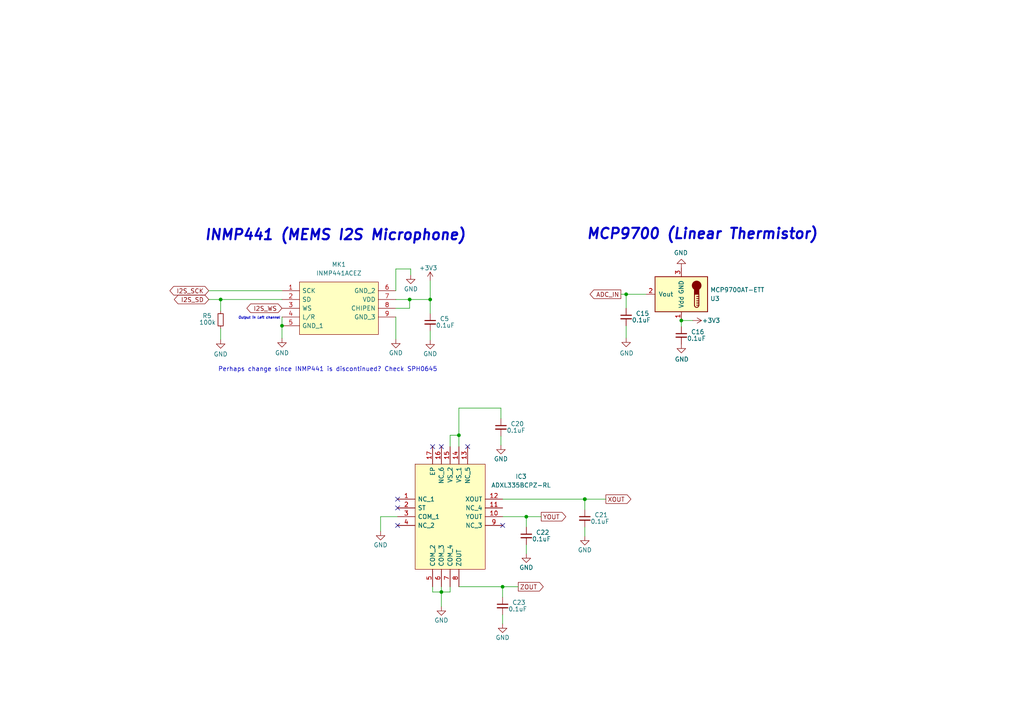
<source format=kicad_sch>
(kicad_sch (version 20211123) (generator eeschema)
  (paper "A4")
  (lib_symbols
    (symbol "ADXL335BCPZ-RL:ADXL335BCPZ-RL" (pin_names (offset 0.762))
      (property "Reference" "IC?" (at 35.814 6.5788 0))
      (property "Value" "ADXL335BCPZ-RL" (at 35.814 4.0388 0))
      (symbol "ADXL335BCPZ-RL_0_0"
        (pin passive line (at 0 0 0) (length 5.08) (name "NC_1") (number "1"))
        (pin passive line (at 30.48 -5.08 180) (length 5.08) (name "YOUT") (number "10"))
        (pin passive line (at 30.48 -2.54 180) (length 5.08) (name "NC_4") (number "11"))
        (pin passive line (at 30.48 0 180) (length 5.08) (name "XOUT") (number "12"))
        (pin passive line (at 20.32 15.24 270) (length 5.08) (name "NC_5") (number "13"))
        (pin passive line (at 17.78 15.24 270) (length 5.08) (name "VS_1") (number "14"))
        (pin passive line (at 15.24 15.24 270) (length 5.08) (name "VS_2") (number "15"))
        (pin passive line (at 12.7 15.24 270) (length 5.08) (name "NC_6") (number "16"))
        (pin passive line (at 10.16 15.24 270) (length 5.08) (name "EP") (number "17"))
        (pin passive line (at 0 -2.54 0) (length 5.08) (name "ST") (number "2"))
        (pin passive line (at 0 -5.08 0) (length 5.08) (name "COM_1") (number "3"))
        (pin passive line (at 0 -7.62 0) (length 5.08) (name "NC_2") (number "4"))
        (pin passive line (at 10.16 -25.4 90) (length 5.08) (name "COM_2") (number "5"))
        (pin passive line (at 12.7 -25.4 90) (length 5.08) (name "COM_3") (number "6"))
        (pin passive line (at 15.24 -25.4 90) (length 5.08) (name "COM_4") (number "7"))
        (pin passive line (at 17.78 -25.4 90) (length 5.08) (name "ZOUT") (number "8"))
        (pin passive line (at 30.48 -7.62 180) (length 5.08) (name "NC_3") (number "9"))
      )
      (symbol "ADXL335BCPZ-RL_0_1"
        (polyline (pts (xy 5.08 10.16) (xy 25.4 10.16) (xy 25.4 -20.32) (xy 5.08 -20.32) (xy 5.08 10.16)) (stroke (width 0.1524)) (fill (type background)))
      )
    )
    (symbol "Device:C_Small" (pin_numbers hide) (pin_names (offset 0.254) hide)
      (property "Reference" "C" (at 0.254 1.778 0))
      (property "Value" "C_Small" (at 0.254 -2.032 0))
      (symbol "C_Small_0_1"
        (polyline (pts (xy -1.524 -0.508) (xy 1.524 -0.508)) (stroke (width 0.3302)))
        (polyline (pts (xy -1.524 0.508) (xy 1.524 0.508)) (stroke (width 0.3048)))
      )
      (symbol "C_Small_1_1"
        (pin passive line (at 0 2.54 270) (length 2.032) (name "~") (number "1"))
        (pin passive line (at 0 -2.54 90) (length 2.032) (name "~") (number "2"))
      )
    )
    (symbol "Device:R_Small" (pin_numbers hide) (pin_names (offset 0.254) hide)
      (property "Reference" "R" (at 0.762 0.508 0))
      (property "Value" "R_Small" (at 0.762 -1.016 0))
      (symbol "R_Small_0_1"
        (rectangle (start -0.762 1.778) (end 0.762 -1.778) (stroke (width 0.2032)))
      )
      (symbol "R_Small_1_1"
        (pin passive line (at 0 2.54 270) (length 0.762) (name "~") (number "1"))
        (pin passive line (at 0 -2.54 90) (length 0.762) (name "~") (number "2"))
      )
    )
    (symbol "INMP441ACEZ:INMP441ACEZ" (pin_names (offset 0.762))
      (property "Reference" "MK1" (at 16.51 7.62 0))
      (property "Value" "INMP441ACEZ" (at 16.51 5.08 0))
      (symbol "INMP441ACEZ_0_0"
        (pin passive line (at 0 0 0) (length 5.08) (name "SCK") (number "1"))
        (pin passive line (at 0 -2.54 0) (length 5.08) (name "SD") (number "2"))
        (pin passive line (at 0 -5.08 0) (length 5.08) (name "WS") (number "3"))
        (pin passive line (at 0 -7.62 0) (length 5.08) (name "L/R") (number "4"))
        (pin passive line (at 0 -10.16 0) (length 5.08) (name "GND_1") (number "5"))
        (pin passive line (at 33.02 0 180) (length 5.08) (name "GND_2") (number "6"))
        (pin passive line (at 33.02 -2.54 180) (length 5.08) (name "VDD") (number "7"))
        (pin passive line (at 33.02 -5.08 180) (length 5.08) (name "CHIPEN") (number "8"))
        (pin passive line (at 33.02 -7.62 180) (length 5.08) (name "GND_3") (number "9"))
      )
      (symbol "INMP441ACEZ_0_1"
        (polyline (pts (xy 5.08 2.54) (xy 27.94 2.54) (xy 27.94 -12.7) (xy 5.08 -12.7) (xy 5.08 2.54)) (stroke (width 0.1524)) (fill (type background)))
      )
    )
    (symbol "Sensor_Temperature:MCP9700AT-ETT" (pin_names (offset 1.016))
      (property "Reference" "U" (at -6.35 6.35 0))
      (property "Value" "MCP9700AT-ETT" (at 1.27 6.35 0))
      (symbol "MCP9700AT-ETT_0_1"
        (rectangle (start -7.62 5.08) (end 7.62 -5.08) (stroke (width 0.254)) (fill (type background)))
        (circle (center -4.445 -2.54) (radius 1.27) (stroke (width 0.254)) (fill (type outline)))
        (rectangle (start -3.81 -1.905) (end -5.08 0) (stroke (width 0.254)) (fill (type outline)))
        (arc (start -3.81 3.175) (mid -4.445 3.81) (end -5.08 3.175) (stroke (width 0.254)))
        (polyline (pts (xy -5.08 0.635) (xy -4.445 0.635)) (stroke (width 0.254)))
        (polyline (pts (xy -5.08 1.27) (xy -4.445 1.27)) (stroke (width 0.254)))
        (polyline (pts (xy -5.08 1.905) (xy -4.445 1.905)) (stroke (width 0.254)))
        (polyline (pts (xy -5.08 2.54) (xy -4.445 2.54)) (stroke (width 0.254)))
        (polyline (pts (xy -5.08 3.175) (xy -5.08 0)) (stroke (width 0.254)))
        (polyline (pts (xy -5.08 3.175) (xy -4.445 3.175)) (stroke (width 0.254)))
        (polyline (pts (xy -3.81 3.175) (xy -3.81 0)) (stroke (width 0.254)))
      )
      (symbol "MCP9700AT-ETT_1_1"
        (pin power_in line (at 0 7.62 270) (length 2.54) (name "Vdd") (number "1"))
        (pin output line (at 10.16 0 180) (length 2.54) (name "Vout") (number "2"))
        (pin power_in line (at 0 -7.62 90) (length 2.54) (name "GND") (number "3"))
      )
    )
    (symbol "power:+3V3" (power) (pin_names (offset 0))
      (property "Value" "+3V3" (at 0 3.556 0))
      (symbol "+3V3_0_1"
        (polyline (pts (xy -0.762 1.27) (xy 0 2.54)))
        (polyline (pts (xy 0 0) (xy 0 2.54)))
        (polyline (pts (xy 0 2.54) (xy 0.762 1.27)))
      )
      (symbol "+3V3_1_1"
        (pin power_in line (at 0 0 90) (length 0) hide (name "+3V3") (number "1"))
      )
    )
    (symbol "power:GND" (power) (pin_names (offset 0))
      (property "Value" "GND" (at 0 -3.81 0))
      (symbol "GND_0_1"
        (polyline (pts (xy 0 0) (xy 0 -1.27) (xy 1.27 -1.27) (xy 0 -2.54) (xy -1.27 -1.27) (xy 0 -1.27)))
      )
      (symbol "GND_1_1"
        (pin power_in line (at 0 0 270) (length 0) hide (name "GND") (number "1"))
      )
    )
  )
  (junction (at 81.788 94.488))
  (junction (at 133.096 126.238))
  (junction (at 197.612 92.964))
  (junction (at 128.016 171.702))
  (junction (at 181.61 85.344))
  (junction (at 63.9913 86.868))
  (junction (at 118.8082 86.868))
  (junction (at 152.654 149.86))
  (junction (at 169.6199 144.78))
  (junction (at 124.7766 86.868))
  (junction (at 145.7669 170.18))
  (junction (at 169.6199 144.7746))
  (no_connect (at 135.636 129.54))
  (no_connect (at 145.796 152.4))
  (no_connect (at 115.316 144.78))
  (no_connect (at 128.016 129.54))
  (no_connect (at 115.316 152.4))
  (no_connect (at 125.476 129.54))
  (no_connect (at 115.316 147.32))
  (wire (pts (xy 197.612 92.964) (xy 200.914 92.964)))
  (wire (pts (xy 169.6199 144.78) (xy 169.6199 147.8226)))
  (wire (pts (xy 60.5509 86.868) (xy 63.9913 86.868)))
  (wire (pts (xy 133.096 118.364) (xy 133.096 126.238)))
  (wire (pts (xy 145.796 144.78) (xy 169.6199 144.78)))
  (wire (pts (xy 145.7669 170.18) (xy 150.3089 170.18)))
  (wire (pts (xy 145.288 126.492) (xy 145.288 129.1287)))
  (wire (pts (xy 124.7766 86.868) (xy 124.7766 90.932)))
  (wire (pts (xy 130.556 129.54) (xy 130.556 126.238)))
  (wire (pts (xy 145.288 118.364) (xy 145.288 121.412)))
  (wire (pts (xy 175.7212 144.7746) (xy 169.6199 144.7746)))
  (wire (pts (xy 119.126 79.756) (xy 119.126 78.0108)))
  (wire (pts (xy 114.808 89.408) (xy 118.8082 89.408)))
  (wire (pts (xy 124.7766 96.012) (xy 124.7766 98.6487)))
  (wire (pts (xy 119.126 78.0108) (xy 114.808 78.0108)))
  (wire (pts (xy 118.8082 86.868) (xy 124.7766 86.868)))
  (wire (pts (xy 110.3843 149.86) (xy 110.3843 154.0883)))
  (wire (pts (xy 125.476 171.702) (xy 128.016 171.702)))
  (wire (pts (xy 152.654 157.988) (xy 152.654 160.6247)))
  (wire (pts (xy 152.654 149.86) (xy 156.9727 149.86)))
  (wire (pts (xy 197.612 92.964) (xy 197.612 94.742)))
  (wire (pts (xy 81.788 94.488) (xy 81.788 98.1297)))
  (wire (pts (xy 145.796 149.86) (xy 152.654 149.86)))
  (wire (pts (xy 128.016 171.702) (xy 128.016 175.9303)))
  (wire (pts (xy 133.096 126.238) (xy 133.096 129.54)))
  (wire (pts (xy 133.096 118.364) (xy 145.288 118.364)))
  (wire (pts (xy 110.3843 149.86) (xy 115.316 149.86)))
  (wire (pts (xy 169.6199 152.9026) (xy 169.6199 155.5393)))
  (wire (pts (xy 152.654 149.86) (xy 152.654 152.908)))
  (wire (pts (xy 130.556 126.238) (xy 133.096 126.238)))
  (wire (pts (xy 181.61 85.344) (xy 181.61 89.408)))
  (wire (pts (xy 63.9913 86.868) (xy 81.788 86.868)))
  (wire (pts (xy 63.9913 95.2895) (xy 63.9913 98.486)))
  (wire (pts (xy 133.096 170.18) (xy 145.7669 170.18)))
  (wire (pts (xy 114.808 91.948) (xy 114.808 98.3804)))
  (wire (pts (xy 181.61 85.344) (xy 187.452 85.344)))
  (wire (pts (xy 145.7669 178.308) (xy 145.7669 180.9447)))
  (wire (pts (xy 128.016 170.18) (xy 128.016 171.702)))
  (wire (pts (xy 63.9913 86.868) (xy 63.9913 90.2095)))
  (wire (pts (xy 180.086 85.344) (xy 181.61 85.344)))
  (wire (pts (xy 118.8082 89.408) (xy 118.8082 86.868)))
  (wire (pts (xy 130.556 171.702) (xy 128.016 171.702)))
  (wire (pts (xy 60.5509 84.328) (xy 81.788 84.328)))
  (wire (pts (xy 114.808 78.0108) (xy 114.808 84.328)))
  (wire (pts (xy 130.556 170.18) (xy 130.556 171.702)))
  (wire (pts (xy 124.7766 81.4317) (xy 124.7766 86.868)))
  (wire (pts (xy 145.7669 170.18) (xy 145.7669 173.228)))
  (wire (pts (xy 114.808 86.868) (xy 118.8082 86.868)))
  (wire (pts (xy 181.61 94.488) (xy 181.61 98.044)))
  (wire (pts (xy 169.6199 144.7746) (xy 169.6199 144.78)))
  (wire (pts (xy 81.788 91.948) (xy 81.788 94.488)))
  (wire (pts (xy 125.476 170.18) (xy 125.476 171.702)))
  (text "MCP9700 (Linear Thermistor)" (at 169.926 69.723 0) (effects (font (size 3 3) bold italic) (justify left bottom)))
  (text "INMP441 (MEMS I2S Microphone) " (at 59.1653 70.038 0) (effects (font (size 3 3) bold italic) (justify left bottom)))
  (text "Output in Left channel" (at 69.088 92.71 0) (effects (font (size 0.7 0.7) italic) (justify left bottom)))
  (text "Perhaps change since INMP441 is discontinued? Check SPH0645 " (at 63.246 107.95 0) (effects (font (size 1.27 1.27)) (justify left bottom)))
  (global_label "ZOUT" (shape output) (at 150.3089 170.18 0) (property "Intersheet References" "${INTERSHEET_REFS}" (effects hide)))
  (global_label "I2S_WS" (shape bidirectional) (at 81.788 89.408 180) (property "Intersheet References" "${INTERSHEET_REFS}" (effects hide)))
  (global_label "I2S_SD" (shape bidirectional) (at 60.5509 86.868 180) (property "Intersheet References" "${INTERSHEET_REFS}" (effects hide)))
  (global_label "I2S_SCK" (shape bidirectional) (at 60.5509 84.328 180) (property "Intersheet References" "${INTERSHEET_REFS}" (effects hide)))
  (global_label "YOUT" (shape output) (at 156.9727 149.86 0) (property "Intersheet References" "${INTERSHEET_REFS}" (effects hide)))
  (global_label "ADC_IN" (shape output) (at 180.086 85.344 180) (property "Intersheet References" "${INTERSHEET_REFS}" (effects hide)))
  (global_label "XOUT" (shape output) (at 175.7212 144.7746 0) (property "Intersheet References" "${INTERSHEET_REFS}" (effects hide)))
  (symbol (lib_id "power:GND") (at 145.7669 180.9447 0) (unit 1)
    (property "Reference" "#PWR0102" (effects hide))
    (property "Value" "GND" (at 145.7669 184.9263 0))
  )
  (symbol (lib_id "Device:R_Small") (at 63.9913 92.7495 0) (unit 1)
    (property "Reference" "R5" (at 60.0543 91.6065 0))
    (property "Value" "100k" (at 60.1813 93.5115 0))
    (property "Footprint" "Resistor_SMD:R_0402_1005Metric" (effects hide))
  )
  (symbol (lib_id "power:GND") (at 197.612 77.724 180) (unit 1)
    (property "Reference" "#PWR031" (effects hide))
    (property "Value" "GND" (at 197.485 73.3298 0))
  )
  (symbol (lib_id "power:GND") (at 124.7766 98.6487 0) (unit 1)
    (property "Reference" "#PWR023" (effects hide))
    (property "Value" "GND" (at 124.7766 102.6303 0))
  )
  (symbol (lib_id "INMP441ACEZ:INMP441ACEZ") (at 81.788 84.328 0) (unit 1)
    (property "Reference" "MK1" (at 98.298 76.708 0))
    (property "Value" "INMP441ACEZ" (at 98.298 79.248 0))
    (property "Footprint" "INMP441:INMP441ACEZ" (effects hide))
    (property "Datasheet" "https://componentsearchengine.com/Datasheets/2/INMP441ACEZ.pdf" (effects hide))
    (property "Description" "INVENSENSE - INMP441ACEZ - Audio Control, 1.8V to 3.3V, Serial, LGA, 9 Pins, -40 C" (effects hide))
    (property "Height" "1.05" (effects hide))
    (property "Manufacturer_Name" "TDK" (effects hide))
    (property "Manufacturer_Part_Number" "INMP441ACEZ" (effects hide))
  )
  (symbol (lib_id "power:GND") (at 81.788 98.1297 0) (unit 1)
    (property "Reference" "#PWR020" (effects hide))
    (property "Value" "GND" (at 81.788 102.362 0))
  )
  (symbol (lib_id "Device:C_Small") (at 181.61 91.948 0) (unit 1)
    (property "Reference" "C15" (at 184.404 90.932 0) (effects (justify left)))
    (property "Value" "0.1uF" (at 183.261 92.837 0) (effects (justify left)))
    (property "Footprint" "Capacitor_SMD:C_0402_1005Metric" (effects hide))
  )
  (symbol (lib_id "power:GND") (at 110.3843 154.0883 0) (unit 1)
    (property "Reference" "#PWR0105" (effects hide))
    (property "Value" "GND" (at 110.3843 158.0699 0))
  )
  (symbol (lib_id "power:GND") (at 145.288 129.1287 0) (unit 1)
    (property "Reference" "#PWR0106" (effects hide))
    (property "Value" "GND" (at 145.288 133.1103 0))
  )
  (symbol (lib_id "power:+3V3") (at 200.914 92.964 270) (unit 1)
    (property "Reference" "#PWR037" (effects hide))
    (property "Value" "+3V3" (at 206.248 92.964 90))
  )
  (symbol (lib_id "power:GND") (at 119.126 79.756 0) (unit 1)
    (property "Reference" "#PWR017" (effects hide))
    (property "Value" "GND" (at 119.1755 83.82 0))
  )
  (symbol (lib_id "Device:C_Small") (at 169.6199 150.3626 0) (unit 1)
    (property "Reference" "C21" (at 172.4139 149.3466 0) (effects (justify left)))
    (property "Value" "0.1uF" (at 171.2709 151.2516 0) (effects (justify left)))
    (property "Footprint" "Capacitor_SMD:C_0402_1005Metric" (effects hide))
  )
  (symbol (lib_id "power:GND") (at 63.9913 98.486 0) (unit 1)
    (property "Reference" "#PWR022" (effects hide))
    (property "Value" "GND" (at 63.9913 102.7183 0))
  )
  (symbol (lib_id "power:+3V3") (at 124.7766 81.4317 0) (unit 1)
    (property "Reference" "#PWR018" (effects hide))
    (property "Value" "+3V3" (at 124.206 77.724 0))
  )
  (symbol (lib_id "Device:C_Small") (at 145.7669 175.768 0) (unit 1)
    (property "Reference" "C23" (at 148.5609 174.752 0) (effects (justify left)))
    (property "Value" "0.1uF" (at 147.4179 176.657 0) (effects (justify left)))
    (property "Footprint" "Capacitor_SMD:C_0402_1005Metric" (effects hide))
  )
  (symbol (lib_id "power:GND") (at 152.654 160.6247 0) (unit 1)
    (property "Reference" "#PWR0103" (effects hide))
    (property "Value" "GND" (at 152.654 164.6063 0))
  )
  (symbol (lib_id "power:GND") (at 114.808 98.3804 0) (unit 1)
    (property "Reference" "#PWR021" (effects hide))
    (property "Value" "GND" (at 114.808 102.362 0))
  )
  (symbol (lib_id "power:GND") (at 197.612 99.822 0) (unit 1)
    (property "Reference" "#PWR043" (effects hide))
    (property "Value" "GND" (at 197.739 104.2162 0))
  )
  (symbol (lib_id "ADXL335BCPZ-RL:ADXL335BCPZ-RL") (at 115.316 144.78 0) (unit 1)
    (property "Reference" "IC3" (at 151.13 138.2012 0))
    (property "Value" "ADXL335BCPZ-RL" (at 151.13 140.7412 0))
    (property "Footprint" "Package_CSP:LFCSP-16-1EP_4x4mm_P0.65mm_EP2.1x2.1mm" (effects hide))
    (property "Datasheet" "https://www.arrow.com/en/products/adxl335bcpz-rl/analog-devices" (effects hide))
    (property "Description" "Accelerometer" (effects hide))
    (property "Height" "1.5" (effects hide))
    (property "Manufacturer_Name" "Analog Devices" (effects hide))
    (property "Manufacturer_Part_Number" "ADXL335BCPZ-RL" (effects hide))
    (property "Mouser Part Number" "584-ADXL335BCPZ-R" (effects hide))
    (property "Mouser Price/Stock" "https://www.mouser.co.uk/ProductDetail/Analog-Devices/ADXL335BCPZ-RL?qs=WIvQP4zGanhYlKsMiNkFRQ%3D%3D" (effects hide))
    (property "Arrow Part Number" "ADXL335BCPZ-RL" (effects hide))
    (property "Arrow Price/Stock" "https://www.arrow.com/en/products/adxl335bcpz-rl/analog-devices?region=nac" (effects hide))
  )
  (symbol (lib_id "Device:C_Small") (at 124.7766 93.472 0) (unit 1)
    (property "Reference" "C5" (at 127.5706 92.456 0) (effects (justify left)))
    (property "Value" "0.1uF" (at 126.4276 94.361 0) (effects (justify left)))
    (property "Footprint" "Capacitor_SMD:C_0402_1005Metric" (effects hide))
  )
  (symbol (lib_id "Device:C_Small") (at 152.654 155.448 0) (unit 1)
    (property "Reference" "C22" (at 155.448 154.432 0) (effects (justify left)))
    (property "Value" "0.1uF" (at 154.305 156.337 0) (effects (justify left)))
    (property "Footprint" "Capacitor_SMD:C_0402_1005Metric" (effects hide))
  )
  (symbol (lib_id "Device:C_Small") (at 145.288 123.952 0) (unit 1)
    (property "Reference" "C20" (at 148.082 122.936 0) (effects (justify left)))
    (property "Value" "0.1uF" (at 146.939 124.841 0) (effects (justify left)))
    (property "Footprint" "Capacitor_SMD:C_0402_1005Metric" (effects hide))
  )
  (symbol (lib_id "power:GND") (at 128.016 175.9303 0) (unit 1)
    (property "Reference" "#PWR0104" (effects hide))
    (property "Value" "GND" (at 128.016 179.9119 0))
  )
  (symbol (lib_id "power:GND") (at 181.61 98.044 0) (unit 1)
    (property "Reference" "#PWR042" (effects hide))
    (property "Value" "GND" (at 181.737 102.4382 0))
  )
  (symbol (lib_id "Sensor_Temperature:MCP9700AT-ETT") (at 197.612 85.344 180) (unit 1)
    (property "Reference" "U3" (at 205.994 86.6141 0) (effects (justify right)))
    (property "Value" "MCP9700AT-ETT" (at 205.994 84.0741 0) (effects (justify right)))
    (property "Footprint" "Package_TO_SOT_SMD:SOT-23" (effects hide))
    (property "Datasheet" "http://ww1.microchip.com/downloads/en/DeviceDoc/21942e.pdf" (effects hide))
  )
  (symbol (lib_id "Device:C_Small") (at 197.612 97.282 0) (unit 1)
    (property "Reference" "C16" (at 200.406 96.266 0) (effects (justify left)))
    (property "Value" "0.1uF" (at 199.263 98.171 0) (effects (justify left)))
    (property "Footprint" "Capacitor_SMD:C_0402_1005Metric" (effects hide))
  )
  (symbol (lib_id "power:GND") (at 169.6199 155.5393 0) (unit 1)
    (property "Reference" "#PWR0101" (effects hide))
    (property "Value" "GND" (at 169.6199 159.5209 0))
  )
)
</source>
